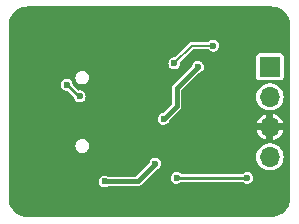
<source format=gbr>
%TF.GenerationSoftware,KiCad,Pcbnew,7.0.8-7.0.8~ubuntu22.04.1*%
%TF.CreationDate,2023-10-30T09:28:09+01:00*%
%TF.ProjectId,usb2serial-autovtg,75736232-7365-4726-9961-6c2d6175746f,rev?*%
%TF.SameCoordinates,Original*%
%TF.FileFunction,Copper,L2,Bot*%
%TF.FilePolarity,Positive*%
%FSLAX46Y46*%
G04 Gerber Fmt 4.6, Leading zero omitted, Abs format (unit mm)*
G04 Created by KiCad (PCBNEW 7.0.8-7.0.8~ubuntu22.04.1) date 2023-10-30 09:28:09*
%MOMM*%
%LPD*%
G01*
G04 APERTURE LIST*
%TA.AperFunction,ComponentPad*%
%ADD10R,1.700000X1.700000*%
%TD*%
%TA.AperFunction,ComponentPad*%
%ADD11O,1.700000X1.700000*%
%TD*%
%TA.AperFunction,ComponentPad*%
%ADD12O,2.100000X1.000000*%
%TD*%
%TA.AperFunction,ComponentPad*%
%ADD13O,1.800000X1.000000*%
%TD*%
%TA.AperFunction,ViaPad*%
%ADD14C,0.600000*%
%TD*%
%TA.AperFunction,Conductor*%
%ADD15C,0.400000*%
%TD*%
%TA.AperFunction,Conductor*%
%ADD16C,0.200000*%
%TD*%
%TA.AperFunction,Conductor*%
%ADD17C,0.250000*%
%TD*%
G04 APERTURE END LIST*
D10*
X156200000Y-73200000D03*
D11*
X156200000Y-75740000D03*
X156200000Y-78280000D03*
X156200000Y-80820000D03*
D12*
X140805000Y-72680000D03*
D13*
X136625000Y-72680000D03*
D12*
X140805000Y-81320000D03*
D13*
X136625000Y-81320000D03*
D14*
X147400000Y-75200000D03*
X143900000Y-76800000D03*
X150200000Y-70400000D03*
X152800000Y-76300000D03*
X152600000Y-81200000D03*
X137000000Y-71000000D03*
X142900000Y-74200000D03*
X137300000Y-82200000D03*
X153100000Y-83300000D03*
X149200000Y-75200000D03*
X148200000Y-80000000D03*
X150200000Y-77100000D03*
X144900000Y-70400000D03*
X152900000Y-70700000D03*
X146900000Y-72500000D03*
X143900000Y-81900000D03*
X146400000Y-82600000D03*
X144000000Y-73800000D03*
X150100000Y-73200000D03*
X147200000Y-77600000D03*
X142200000Y-82900000D03*
X146500000Y-81398500D03*
X148100000Y-72900000D03*
X151400000Y-71400000D03*
X154300000Y-82600000D03*
X148300000Y-82600000D03*
X139000000Y-74700000D03*
X140100000Y-75700000D03*
D15*
X148300000Y-76500000D02*
X147200000Y-77600000D01*
X150100000Y-73200000D02*
X148300000Y-75000000D01*
X148300000Y-75000000D02*
X148300000Y-76500000D01*
X144998500Y-82900000D02*
X146500000Y-81398500D01*
X142200000Y-82900000D02*
X144998500Y-82900000D01*
D16*
X151400000Y-71400000D02*
X149600000Y-71400000D01*
X149600000Y-71400000D02*
X148100000Y-72900000D01*
D17*
X154300000Y-82600000D02*
X148300000Y-82600000D01*
X140100000Y-75700000D02*
X140000000Y-75700000D01*
X140000000Y-75700000D02*
X139000000Y-74700000D01*
%TA.AperFunction,Conductor*%
G36*
X156301303Y-68075593D02*
G01*
X156525907Y-68091657D01*
X156536356Y-68093158D01*
X156752517Y-68140181D01*
X156762624Y-68143149D01*
X156969883Y-68220453D01*
X156979483Y-68224838D01*
X157173624Y-68330847D01*
X157182506Y-68336554D01*
X157322463Y-68441325D01*
X157359584Y-68469113D01*
X157367563Y-68476027D01*
X157523972Y-68632436D01*
X157530886Y-68640415D01*
X157663444Y-68817492D01*
X157669152Y-68826375D01*
X157775161Y-69020516D01*
X157779547Y-69030119D01*
X157856845Y-69237361D01*
X157859820Y-69247492D01*
X157906840Y-69463642D01*
X157908342Y-69474093D01*
X157915418Y-69573014D01*
X157924406Y-69698697D01*
X157924500Y-69701315D01*
X157924500Y-84298684D01*
X157924406Y-84301303D01*
X157917102Y-84403435D01*
X157908342Y-84525906D01*
X157906840Y-84536357D01*
X157859820Y-84752507D01*
X157856845Y-84762638D01*
X157779547Y-84969880D01*
X157775161Y-84979483D01*
X157669152Y-85173624D01*
X157663444Y-85182507D01*
X157530886Y-85359584D01*
X157523972Y-85367563D01*
X157367563Y-85523972D01*
X157359584Y-85530886D01*
X157182507Y-85663444D01*
X157173624Y-85669152D01*
X156979483Y-85775161D01*
X156969880Y-85779547D01*
X156762638Y-85856845D01*
X156752507Y-85859820D01*
X156536357Y-85906840D01*
X156525906Y-85908342D01*
X156408425Y-85916745D01*
X156301302Y-85924406D01*
X156298685Y-85924500D01*
X135701315Y-85924500D01*
X135698697Y-85924406D01*
X135587025Y-85916419D01*
X135474093Y-85908342D01*
X135463642Y-85906840D01*
X135247492Y-85859820D01*
X135237366Y-85856846D01*
X135118871Y-85812650D01*
X135030119Y-85779547D01*
X135020516Y-85775161D01*
X134826375Y-85669152D01*
X134817492Y-85663444D01*
X134640415Y-85530886D01*
X134632436Y-85523972D01*
X134476027Y-85367563D01*
X134469113Y-85359584D01*
X134336555Y-85182507D01*
X134330847Y-85173624D01*
X134224838Y-84979483D01*
X134220452Y-84969880D01*
X134143149Y-84762624D01*
X134140181Y-84752517D01*
X134093158Y-84536356D01*
X134091657Y-84525906D01*
X134084582Y-84426986D01*
X134075593Y-84301304D01*
X134075500Y-84298684D01*
X134075500Y-82900000D01*
X141694353Y-82900000D01*
X141714834Y-83042454D01*
X141714834Y-83042455D01*
X141714835Y-83042457D01*
X141741342Y-83100499D01*
X141774623Y-83173373D01*
X141868868Y-83282139D01*
X141868869Y-83282140D01*
X141868872Y-83282143D01*
X141989947Y-83359953D01*
X142096403Y-83391211D01*
X142128035Y-83400499D01*
X142128037Y-83400500D01*
X142128039Y-83400500D01*
X142271963Y-83400500D01*
X142271964Y-83400499D01*
X142410053Y-83359953D01*
X142484285Y-83312246D01*
X142524292Y-83300500D01*
X145061933Y-83300500D01*
X145086753Y-83292434D01*
X145098032Y-83289727D01*
X145123804Y-83285646D01*
X145147053Y-83273798D01*
X145157772Y-83269359D01*
X145182590Y-83261296D01*
X145203698Y-83245959D01*
X145213600Y-83239892D01*
X145236840Y-83228051D01*
X145236842Y-83228050D01*
X145255189Y-83209702D01*
X145255194Y-83209698D01*
X145259407Y-83205485D01*
X145259409Y-83205484D01*
X145864893Y-82600000D01*
X147794353Y-82600000D01*
X147814834Y-82742454D01*
X147874623Y-82873373D01*
X147968868Y-82982139D01*
X147968869Y-82982140D01*
X147968872Y-82982143D01*
X148089947Y-83059953D01*
X148196403Y-83091211D01*
X148228035Y-83100499D01*
X148228037Y-83100500D01*
X148228039Y-83100500D01*
X148371963Y-83100500D01*
X148371964Y-83100499D01*
X148510053Y-83059953D01*
X148631128Y-82982143D01*
X148658079Y-82951039D01*
X148702312Y-82926430D01*
X148714004Y-82925500D01*
X153885996Y-82925500D01*
X153933562Y-82942813D01*
X153941917Y-82951035D01*
X153968872Y-82982143D01*
X154089947Y-83059953D01*
X154196403Y-83091211D01*
X154228035Y-83100499D01*
X154228037Y-83100500D01*
X154228039Y-83100500D01*
X154371963Y-83100500D01*
X154371964Y-83100499D01*
X154510053Y-83059953D01*
X154631128Y-82982143D01*
X154725377Y-82873373D01*
X154785165Y-82742457D01*
X154805647Y-82600000D01*
X154785165Y-82457543D01*
X154725377Y-82326627D01*
X154679403Y-82273570D01*
X154631131Y-82217860D01*
X154631129Y-82217859D01*
X154631128Y-82217857D01*
X154574182Y-82181260D01*
X154510054Y-82140047D01*
X154510050Y-82140046D01*
X154371964Y-82099500D01*
X154371961Y-82099500D01*
X154228039Y-82099500D01*
X154228036Y-82099500D01*
X154089949Y-82140046D01*
X154089945Y-82140047D01*
X153968875Y-82217855D01*
X153968872Y-82217857D01*
X153941920Y-82248960D01*
X153897688Y-82273570D01*
X153885996Y-82274500D01*
X148714004Y-82274500D01*
X148666438Y-82257187D01*
X148658082Y-82248964D01*
X148631128Y-82217857D01*
X148574182Y-82181260D01*
X148510054Y-82140047D01*
X148510050Y-82140046D01*
X148371964Y-82099500D01*
X148371961Y-82099500D01*
X148228039Y-82099500D01*
X148228036Y-82099500D01*
X148089949Y-82140046D01*
X148089945Y-82140047D01*
X147968875Y-82217855D01*
X147968868Y-82217860D01*
X147874623Y-82326626D01*
X147814834Y-82457545D01*
X147794353Y-82600000D01*
X145864893Y-82600000D01*
X146550016Y-81914876D01*
X146581492Y-81896202D01*
X146629309Y-81882161D01*
X146710053Y-81858453D01*
X146831128Y-81780643D01*
X146925377Y-81671873D01*
X146985165Y-81540957D01*
X147005647Y-81398500D01*
X146985165Y-81256043D01*
X146925377Y-81125127D01*
X146901814Y-81097934D01*
X146831131Y-81016360D01*
X146831129Y-81016359D01*
X146831128Y-81016357D01*
X146774182Y-80979760D01*
X146710054Y-80938547D01*
X146710050Y-80938546D01*
X146571964Y-80898000D01*
X146571961Y-80898000D01*
X146428039Y-80898000D01*
X146428036Y-80898000D01*
X146289949Y-80938546D01*
X146289945Y-80938547D01*
X146168875Y-81016355D01*
X146168868Y-81016360D01*
X146074623Y-81125126D01*
X146014834Y-81256044D01*
X146014834Y-81256045D01*
X146008057Y-81303175D01*
X145987137Y-81344968D01*
X144854281Y-82477826D01*
X144808405Y-82499218D01*
X144801955Y-82499500D01*
X142524292Y-82499500D01*
X142484285Y-82487753D01*
X142410054Y-82440047D01*
X142410050Y-82440046D01*
X142271964Y-82399500D01*
X142271961Y-82399500D01*
X142128039Y-82399500D01*
X142128036Y-82399500D01*
X141989949Y-82440046D01*
X141989945Y-82440047D01*
X141868875Y-82517855D01*
X141868868Y-82517860D01*
X141774623Y-82626626D01*
X141714834Y-82757545D01*
X141694353Y-82900000D01*
X134075500Y-82900000D01*
X134075500Y-80820003D01*
X155044571Y-80820003D01*
X155064242Y-81032303D01*
X155064243Y-81032309D01*
X155122593Y-81237383D01*
X155122596Y-81237393D01*
X155217632Y-81428252D01*
X155217634Y-81428255D01*
X155346128Y-81598407D01*
X155503698Y-81742052D01*
X155684981Y-81854298D01*
X155883802Y-81931321D01*
X156093390Y-81970500D01*
X156306610Y-81970500D01*
X156516198Y-81931321D01*
X156715019Y-81854298D01*
X156896302Y-81742052D01*
X157053872Y-81598407D01*
X157182366Y-81428255D01*
X157277405Y-81237389D01*
X157335756Y-81032310D01*
X157337235Y-81016357D01*
X157355429Y-80820003D01*
X157355429Y-80819996D01*
X157335757Y-80607696D01*
X157335756Y-80607690D01*
X157277405Y-80402611D01*
X157272468Y-80392697D01*
X157182367Y-80211747D01*
X157182363Y-80211741D01*
X157158569Y-80180233D01*
X157053872Y-80041593D01*
X157052383Y-80040236D01*
X157012094Y-80003507D01*
X156896302Y-79897948D01*
X156715019Y-79785702D01*
X156516198Y-79708679D01*
X156424150Y-79691472D01*
X156306613Y-79669500D01*
X156306610Y-79669500D01*
X156093390Y-79669500D01*
X156093386Y-79669500D01*
X155936670Y-79698796D01*
X155883802Y-79708679D01*
X155883800Y-79708679D01*
X155883798Y-79708680D01*
X155684986Y-79785700D01*
X155684981Y-79785702D01*
X155684976Y-79785704D01*
X155684976Y-79785705D01*
X155503700Y-79897946D01*
X155346130Y-80041590D01*
X155217636Y-80211741D01*
X155217632Y-80211747D01*
X155122596Y-80402606D01*
X155122593Y-80402616D01*
X155064243Y-80607690D01*
X155064242Y-80607696D01*
X155044571Y-80819996D01*
X155044571Y-80820003D01*
X134075500Y-80820003D01*
X134075500Y-79890000D01*
X139724534Y-79890000D01*
X139744312Y-80040234D01*
X139744312Y-80040235D01*
X139744875Y-80041593D01*
X139802302Y-80180233D01*
X139894549Y-80300451D01*
X140014767Y-80392698D01*
X140154764Y-80450687D01*
X140267280Y-80465500D01*
X140267282Y-80465500D01*
X140342718Y-80465500D01*
X140342720Y-80465500D01*
X140455236Y-80450687D01*
X140595233Y-80392698D01*
X140715451Y-80300451D01*
X140807698Y-80180233D01*
X140865687Y-80040236D01*
X140885466Y-79890000D01*
X140865687Y-79739764D01*
X140807698Y-79599767D01*
X140715451Y-79479549D01*
X140595233Y-79387302D01*
X140455235Y-79329312D01*
X140368897Y-79317946D01*
X140342720Y-79314500D01*
X140267280Y-79314500D01*
X140241102Y-79317946D01*
X140154765Y-79329312D01*
X140154764Y-79329312D01*
X140014766Y-79387302D01*
X139894549Y-79479549D01*
X139802302Y-79599766D01*
X139744312Y-79739764D01*
X139744312Y-79739765D01*
X139724534Y-79890000D01*
X134075500Y-79890000D01*
X134075500Y-78580000D01*
X155089714Y-78580000D01*
X155123061Y-78697202D01*
X155123064Y-78697212D01*
X155218059Y-78887988D01*
X155218063Y-78887994D01*
X155346501Y-79058071D01*
X155504003Y-79201653D01*
X155685200Y-79313844D01*
X155685210Y-79313849D01*
X155883944Y-79390839D01*
X155883941Y-79390839D01*
X155899999Y-79393840D01*
X155900000Y-79393840D01*
X155900000Y-78681643D01*
X155926900Y-78704952D01*
X156057685Y-78764680D01*
X156164237Y-78780000D01*
X156235763Y-78780000D01*
X156342315Y-78764680D01*
X156473100Y-78704952D01*
X156500000Y-78681643D01*
X156500000Y-79393840D01*
X156516057Y-79390839D01*
X156714789Y-79313849D01*
X156714799Y-79313844D01*
X156895996Y-79201653D01*
X157053498Y-79058071D01*
X157181936Y-78887994D01*
X157181940Y-78887988D01*
X157276935Y-78697212D01*
X157276938Y-78697202D01*
X157310286Y-78580000D01*
X156601554Y-78580000D01*
X156659493Y-78489844D01*
X156700000Y-78351889D01*
X156700000Y-78208111D01*
X156659493Y-78070156D01*
X156601554Y-77980000D01*
X157310286Y-77980000D01*
X157276938Y-77862797D01*
X157276935Y-77862787D01*
X157181940Y-77672011D01*
X157181936Y-77672005D01*
X157053498Y-77501928D01*
X156895996Y-77358346D01*
X156714799Y-77246155D01*
X156714789Y-77246150D01*
X156516063Y-77169162D01*
X156500000Y-77166159D01*
X156500000Y-77878356D01*
X156473100Y-77855048D01*
X156342315Y-77795320D01*
X156235763Y-77780000D01*
X156164237Y-77780000D01*
X156057685Y-77795320D01*
X155926900Y-77855048D01*
X155900000Y-77878356D01*
X155900000Y-77166159D01*
X155899999Y-77166159D01*
X155883936Y-77169162D01*
X155685210Y-77246150D01*
X155685200Y-77246155D01*
X155504003Y-77358346D01*
X155346501Y-77501928D01*
X155218063Y-77672005D01*
X155218059Y-77672011D01*
X155123064Y-77862787D01*
X155123061Y-77862797D01*
X155089714Y-77980000D01*
X155798446Y-77980000D01*
X155740507Y-78070156D01*
X155700000Y-78208111D01*
X155700000Y-78351889D01*
X155740507Y-78489844D01*
X155798446Y-78580000D01*
X155089714Y-78580000D01*
X134075500Y-78580000D01*
X134075500Y-77600000D01*
X146694353Y-77600000D01*
X146714834Y-77742454D01*
X146714834Y-77742455D01*
X146714835Y-77742457D01*
X146769793Y-77862797D01*
X146774623Y-77873373D01*
X146868868Y-77982139D01*
X146868869Y-77982140D01*
X146868872Y-77982143D01*
X146989947Y-78059953D01*
X147096403Y-78091211D01*
X147128035Y-78100499D01*
X147128037Y-78100500D01*
X147128039Y-78100500D01*
X147271963Y-78100500D01*
X147271964Y-78100499D01*
X147410053Y-78059953D01*
X147531128Y-77982143D01*
X147625377Y-77873373D01*
X147685165Y-77742457D01*
X147691941Y-77695324D01*
X147712860Y-77653531D01*
X148605484Y-76760909D01*
X148605485Y-76760906D01*
X148609698Y-76756694D01*
X148609702Y-76756689D01*
X148628050Y-76738342D01*
X148639892Y-76715098D01*
X148645961Y-76705196D01*
X148661296Y-76684090D01*
X148669359Y-76659272D01*
X148673798Y-76648553D01*
X148685646Y-76625304D01*
X148689727Y-76599532D01*
X148692434Y-76588253D01*
X148700500Y-76563433D01*
X148700500Y-76436567D01*
X148700500Y-75740003D01*
X155044571Y-75740003D01*
X155064242Y-75952303D01*
X155064243Y-75952309D01*
X155122593Y-76157383D01*
X155122596Y-76157393D01*
X155217632Y-76348252D01*
X155217634Y-76348255D01*
X155346128Y-76518407D01*
X155503698Y-76662052D01*
X155684981Y-76774298D01*
X155883802Y-76851321D01*
X156093390Y-76890500D01*
X156306610Y-76890500D01*
X156516198Y-76851321D01*
X156715019Y-76774298D01*
X156896302Y-76662052D01*
X157053872Y-76518407D01*
X157182366Y-76348255D01*
X157277405Y-76157389D01*
X157335756Y-75952310D01*
X157345936Y-75842454D01*
X157355429Y-75740003D01*
X157355429Y-75739996D01*
X157335757Y-75527696D01*
X157335756Y-75527690D01*
X157277405Y-75322611D01*
X157275039Y-75317860D01*
X157182367Y-75131747D01*
X157182363Y-75131741D01*
X157144905Y-75082139D01*
X157053872Y-74961593D01*
X156896302Y-74817948D01*
X156715019Y-74705702D01*
X156516198Y-74628679D01*
X156424150Y-74611472D01*
X156306613Y-74589500D01*
X156306610Y-74589500D01*
X156093390Y-74589500D01*
X156093386Y-74589500D01*
X155969292Y-74612698D01*
X155883802Y-74628679D01*
X155883800Y-74628679D01*
X155883798Y-74628680D01*
X155692074Y-74702954D01*
X155684981Y-74705702D01*
X155684976Y-74705704D01*
X155684976Y-74705705D01*
X155503700Y-74817946D01*
X155346130Y-74961590D01*
X155217636Y-75131741D01*
X155217632Y-75131747D01*
X155122596Y-75322606D01*
X155122593Y-75322616D01*
X155064243Y-75527690D01*
X155064242Y-75527696D01*
X155044571Y-75739996D01*
X155044571Y-75740003D01*
X148700500Y-75740003D01*
X148700500Y-75196544D01*
X148717813Y-75148978D01*
X148722174Y-75144218D01*
X149345942Y-74520450D01*
X149771528Y-74094863D01*
X155049500Y-74094863D01*
X155052414Y-74119986D01*
X155052415Y-74119992D01*
X155097794Y-74222765D01*
X155177235Y-74302206D01*
X155280009Y-74347585D01*
X155305135Y-74350500D01*
X157094864Y-74350499D01*
X157119991Y-74347585D01*
X157222765Y-74302206D01*
X157302206Y-74222765D01*
X157347585Y-74119991D01*
X157350500Y-74094865D01*
X157350499Y-72305136D01*
X157347585Y-72280009D01*
X157302206Y-72177235D01*
X157222765Y-72097794D01*
X157119991Y-72052415D01*
X157119990Y-72052414D01*
X157119988Y-72052414D01*
X157098659Y-72049940D01*
X157094865Y-72049500D01*
X157094864Y-72049500D01*
X155305136Y-72049500D01*
X155280013Y-72052414D01*
X155280007Y-72052415D01*
X155177234Y-72097794D01*
X155097794Y-72177234D01*
X155052414Y-72280011D01*
X155049500Y-72305135D01*
X155049500Y-74094863D01*
X149771528Y-74094863D01*
X150150015Y-73716376D01*
X150181488Y-73697702D01*
X150310053Y-73659953D01*
X150431128Y-73582143D01*
X150525377Y-73473373D01*
X150585165Y-73342457D01*
X150605647Y-73200000D01*
X150585165Y-73057543D01*
X150525377Y-72926627D01*
X150472957Y-72866131D01*
X150431131Y-72817860D01*
X150431129Y-72817859D01*
X150431128Y-72817857D01*
X150374182Y-72781260D01*
X150310054Y-72740047D01*
X150310050Y-72740046D01*
X150171964Y-72699500D01*
X150171961Y-72699500D01*
X150028039Y-72699500D01*
X150028036Y-72699500D01*
X149889949Y-72740046D01*
X149889945Y-72740047D01*
X149768875Y-72817855D01*
X149768868Y-72817860D01*
X149674623Y-72926626D01*
X149614834Y-73057545D01*
X149608058Y-73104675D01*
X149587137Y-73146469D01*
X147994520Y-74739086D01*
X147994517Y-74739090D01*
X147994516Y-74739091D01*
X147994513Y-74739094D01*
X147971950Y-74761658D01*
X147971949Y-74761659D01*
X147960107Y-74784900D01*
X147954043Y-74794796D01*
X147938703Y-74815911D01*
X147938702Y-74815912D01*
X147930641Y-74840722D01*
X147926200Y-74851446D01*
X147914352Y-74874699D01*
X147914351Y-74874702D01*
X147910270Y-74900467D01*
X147907562Y-74911751D01*
X147899500Y-74936568D01*
X147899500Y-76303455D01*
X147882187Y-76351021D01*
X147877826Y-76355781D01*
X147149985Y-77083621D01*
X147118508Y-77102297D01*
X146989947Y-77140046D01*
X146989945Y-77140047D01*
X146868875Y-77217855D01*
X146868868Y-77217860D01*
X146774623Y-77326626D01*
X146714834Y-77457545D01*
X146694353Y-77600000D01*
X134075500Y-77600000D01*
X134075500Y-74700000D01*
X138494353Y-74700000D01*
X138514834Y-74842454D01*
X138514834Y-74842455D01*
X138514835Y-74842457D01*
X138529560Y-74874699D01*
X138574623Y-74973373D01*
X138668868Y-75082139D01*
X138668869Y-75082140D01*
X138668872Y-75082143D01*
X138746058Y-75131747D01*
X138772869Y-75148978D01*
X138789947Y-75159953D01*
X138871627Y-75183936D01*
X138928035Y-75200499D01*
X138928037Y-75200500D01*
X138928039Y-75200500D01*
X139009522Y-75200500D01*
X139057088Y-75217813D01*
X139061848Y-75222174D01*
X139586118Y-75746444D01*
X139607039Y-75788237D01*
X139614835Y-75842457D01*
X139665001Y-75952303D01*
X139674623Y-75973373D01*
X139768868Y-76082139D01*
X139768869Y-76082140D01*
X139768872Y-76082143D01*
X139861474Y-76141654D01*
X139885963Y-76157393D01*
X139889947Y-76159953D01*
X139996403Y-76191211D01*
X140028035Y-76200499D01*
X140028037Y-76200500D01*
X140028039Y-76200500D01*
X140171963Y-76200500D01*
X140171964Y-76200499D01*
X140310053Y-76159953D01*
X140431128Y-76082143D01*
X140525377Y-75973373D01*
X140585165Y-75842457D01*
X140605647Y-75700000D01*
X140585165Y-75557543D01*
X140525377Y-75426627D01*
X140435252Y-75322616D01*
X140431131Y-75317860D01*
X140431129Y-75317859D01*
X140431128Y-75317857D01*
X140374182Y-75281260D01*
X140310054Y-75240047D01*
X140310050Y-75240046D01*
X140171964Y-75199500D01*
X140171961Y-75199500D01*
X140028039Y-75199500D01*
X140028035Y-75199500D01*
X140017433Y-75202613D01*
X139966917Y-75199401D01*
X139944262Y-75183936D01*
X139526142Y-74765816D01*
X139504750Y-74719940D01*
X139505222Y-74702954D01*
X139505647Y-74700000D01*
X139485165Y-74557543D01*
X139425377Y-74426627D01*
X139359412Y-74350499D01*
X139331131Y-74317860D01*
X139331129Y-74317859D01*
X139331128Y-74317857D01*
X139241468Y-74260236D01*
X139210054Y-74240047D01*
X139210050Y-74240046D01*
X139071964Y-74199500D01*
X139071961Y-74199500D01*
X138928039Y-74199500D01*
X138928036Y-74199500D01*
X138789949Y-74240046D01*
X138789945Y-74240047D01*
X138668875Y-74317855D01*
X138668868Y-74317860D01*
X138574623Y-74426626D01*
X138514834Y-74557545D01*
X138494353Y-74700000D01*
X134075500Y-74700000D01*
X134075500Y-74110000D01*
X139724534Y-74110000D01*
X139744312Y-74260234D01*
X139744312Y-74260235D01*
X139780494Y-74347584D01*
X139802302Y-74400233D01*
X139894549Y-74520451D01*
X140014767Y-74612698D01*
X140154764Y-74670687D01*
X140267280Y-74685500D01*
X140267282Y-74685500D01*
X140342718Y-74685500D01*
X140342720Y-74685500D01*
X140455236Y-74670687D01*
X140595233Y-74612698D01*
X140715451Y-74520451D01*
X140807698Y-74400233D01*
X140865687Y-74260236D01*
X140885466Y-74110000D01*
X140865687Y-73959764D01*
X140807698Y-73819767D01*
X140715451Y-73699549D01*
X140595233Y-73607302D01*
X140534497Y-73582144D01*
X140455235Y-73549312D01*
X140368897Y-73537946D01*
X140342720Y-73534500D01*
X140267280Y-73534500D01*
X140241102Y-73537946D01*
X140154765Y-73549312D01*
X140154764Y-73549312D01*
X140014766Y-73607302D01*
X139894549Y-73699549D01*
X139802302Y-73819766D01*
X139744312Y-73959764D01*
X139744312Y-73959765D01*
X139724534Y-74110000D01*
X134075500Y-74110000D01*
X134075500Y-72900000D01*
X147594353Y-72900000D01*
X147614834Y-73042454D01*
X147614834Y-73042455D01*
X147614835Y-73042457D01*
X147654383Y-73129054D01*
X147674623Y-73173373D01*
X147768868Y-73282139D01*
X147768869Y-73282140D01*
X147768872Y-73282143D01*
X147889947Y-73359953D01*
X147996403Y-73391211D01*
X148028035Y-73400499D01*
X148028037Y-73400500D01*
X148028039Y-73400500D01*
X148171963Y-73400500D01*
X148171964Y-73400499D01*
X148310053Y-73359953D01*
X148431128Y-73282143D01*
X148525377Y-73173373D01*
X148585165Y-73042457D01*
X148605647Y-72900000D01*
X148600776Y-72866127D01*
X148611142Y-72816585D01*
X148621693Y-72803276D01*
X149702797Y-71722174D01*
X149748674Y-71700782D01*
X149755123Y-71700500D01*
X150964333Y-71700500D01*
X151011899Y-71717813D01*
X151020259Y-71726041D01*
X151068868Y-71782139D01*
X151068871Y-71782142D01*
X151068872Y-71782143D01*
X151189947Y-71859953D01*
X151296403Y-71891211D01*
X151328035Y-71900499D01*
X151328037Y-71900500D01*
X151328039Y-71900500D01*
X151471963Y-71900500D01*
X151471964Y-71900499D01*
X151610053Y-71859953D01*
X151731128Y-71782143D01*
X151825377Y-71673373D01*
X151885165Y-71542457D01*
X151905647Y-71400000D01*
X151885165Y-71257543D01*
X151825377Y-71126627D01*
X151731128Y-71017857D01*
X151674182Y-70981260D01*
X151610054Y-70940047D01*
X151610050Y-70940046D01*
X151471964Y-70899500D01*
X151471961Y-70899500D01*
X151328039Y-70899500D01*
X151328036Y-70899500D01*
X151189949Y-70940046D01*
X151189945Y-70940047D01*
X151068871Y-71017857D01*
X151068868Y-71017860D01*
X151020259Y-71073959D01*
X150976025Y-71098570D01*
X150964333Y-71099500D01*
X149661087Y-71099500D01*
X149649110Y-71097546D01*
X149649023Y-71098174D01*
X149642234Y-71097226D01*
X149610971Y-71098672D01*
X149593896Y-71099461D01*
X149592212Y-71099500D01*
X149572149Y-71099500D01*
X149567815Y-71100311D01*
X149562725Y-71100902D01*
X149536594Y-71102110D01*
X149530006Y-71102415D01*
X149530004Y-71102416D01*
X149518356Y-71107558D01*
X149502075Y-71112600D01*
X149489567Y-71114938D01*
X149489563Y-71114940D01*
X149461732Y-71132171D01*
X149457197Y-71134562D01*
X149427239Y-71147790D01*
X149427232Y-71147795D01*
X149418230Y-71156797D01*
X149404868Y-71167380D01*
X149394050Y-71174079D01*
X149394044Y-71174084D01*
X149374316Y-71200208D01*
X149370949Y-71204077D01*
X148197201Y-72377826D01*
X148151325Y-72399218D01*
X148144875Y-72399500D01*
X148028036Y-72399500D01*
X147889949Y-72440046D01*
X147889945Y-72440047D01*
X147768875Y-72517855D01*
X147768868Y-72517860D01*
X147674623Y-72626626D01*
X147614834Y-72757545D01*
X147594353Y-72900000D01*
X134075500Y-72900000D01*
X134075500Y-69701315D01*
X134075593Y-69698696D01*
X134091657Y-69474090D01*
X134093159Y-69463642D01*
X134140182Y-69247479D01*
X134143148Y-69237379D01*
X134220455Y-69030111D01*
X134224838Y-69020516D01*
X134330847Y-68826375D01*
X134336550Y-68817499D01*
X134469120Y-68640406D01*
X134476020Y-68632443D01*
X134632443Y-68476020D01*
X134640406Y-68469120D01*
X134817499Y-68336550D01*
X134826375Y-68330847D01*
X135020516Y-68224838D01*
X135030111Y-68220455D01*
X135237379Y-68143148D01*
X135247479Y-68140182D01*
X135463645Y-68093158D01*
X135474090Y-68091657D01*
X135698696Y-68075593D01*
X135701315Y-68075500D01*
X135724531Y-68075500D01*
X156275469Y-68075500D01*
X156298685Y-68075500D01*
X156301303Y-68075593D01*
G37*
%TD.AperFunction*%
M02*

</source>
